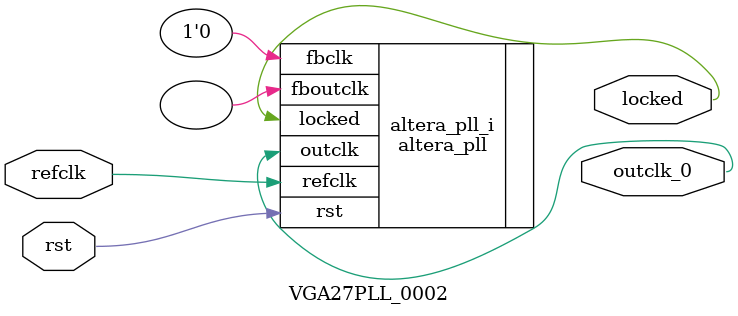
<source format=v>
`timescale 1ns/10ps
module  VGA27PLL_0002(

	// interface 'refclk'
	input wire refclk,

	// interface 'reset'
	input wire rst,

	// interface 'outclk0'
	output wire outclk_0,

	// interface 'locked'
	output wire locked
);

	altera_pll #(
		.fractional_vco_multiplier("false"),
		.reference_clock_frequency("50.0 MHz"),
		.operation_mode("direct"),
		.number_of_clocks(1),
		.output_clock_frequency0("27.000000 MHz"),
		.phase_shift0("0 ps"),
		.duty_cycle0(50),
		.output_clock_frequency1("0 MHz"),
		.phase_shift1("0 ps"),
		.duty_cycle1(50),
		.output_clock_frequency2("0 MHz"),
		.phase_shift2("0 ps"),
		.duty_cycle2(50),
		.output_clock_frequency3("0 MHz"),
		.phase_shift3("0 ps"),
		.duty_cycle3(50),
		.output_clock_frequency4("0 MHz"),
		.phase_shift4("0 ps"),
		.duty_cycle4(50),
		.output_clock_frequency5("0 MHz"),
		.phase_shift5("0 ps"),
		.duty_cycle5(50),
		.output_clock_frequency6("0 MHz"),
		.phase_shift6("0 ps"),
		.duty_cycle6(50),
		.output_clock_frequency7("0 MHz"),
		.phase_shift7("0 ps"),
		.duty_cycle7(50),
		.output_clock_frequency8("0 MHz"),
		.phase_shift8("0 ps"),
		.duty_cycle8(50),
		.output_clock_frequency9("0 MHz"),
		.phase_shift9("0 ps"),
		.duty_cycle9(50),
		.output_clock_frequency10("0 MHz"),
		.phase_shift10("0 ps"),
		.duty_cycle10(50),
		.output_clock_frequency11("0 MHz"),
		.phase_shift11("0 ps"),
		.duty_cycle11(50),
		.output_clock_frequency12("0 MHz"),
		.phase_shift12("0 ps"),
		.duty_cycle12(50),
		.output_clock_frequency13("0 MHz"),
		.phase_shift13("0 ps"),
		.duty_cycle13(50),
		.output_clock_frequency14("0 MHz"),
		.phase_shift14("0 ps"),
		.duty_cycle14(50),
		.output_clock_frequency15("0 MHz"),
		.phase_shift15("0 ps"),
		.duty_cycle15(50),
		.output_clock_frequency16("0 MHz"),
		.phase_shift16("0 ps"),
		.duty_cycle16(50),
		.output_clock_frequency17("0 MHz"),
		.phase_shift17("0 ps"),
		.duty_cycle17(50),
		.pll_type("General"),
		.pll_subtype("General")
	) altera_pll_i (
		.rst	(rst),
		.outclk	({outclk_0}),
		.locked	(locked),
		.fboutclk	( ),
		.fbclk	(1'b0),
		.refclk	(refclk)
	);
endmodule


</source>
